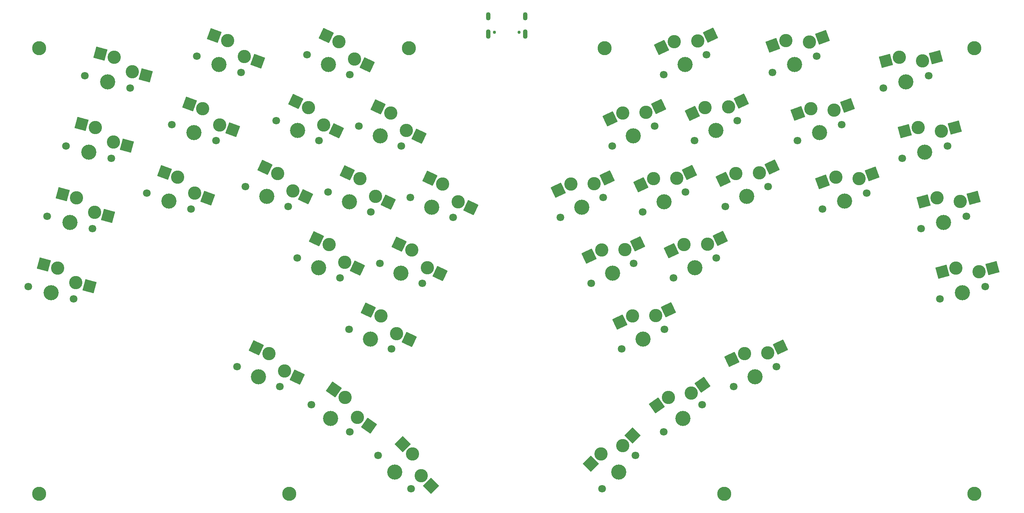
<source format=gbr>
%TF.GenerationSoftware,KiCad,Pcbnew,9.0.0*%
%TF.CreationDate,2025-05-01T21:08:40+03:00*%
%TF.ProjectId,cyberia,63796265-7269-4612-9e6b-696361645f70,v1.0.0*%
%TF.SameCoordinates,Original*%
%TF.FileFunction,Soldermask,Bot*%
%TF.FilePolarity,Negative*%
%FSLAX46Y46*%
G04 Gerber Fmt 4.6, Leading zero omitted, Abs format (unit mm)*
G04 Created by KiCad (PCBNEW 9.0.0) date 2025-05-01 21:08:40*
%MOMM*%
%LPD*%
G01*
G04 APERTURE LIST*
G04 Aperture macros list*
%AMRoundRect*
0 Rectangle with rounded corners*
0 $1 Rounding radius*
0 $2 $3 $4 $5 $6 $7 $8 $9 X,Y pos of 4 corners*
0 Add a 4 corners polygon primitive as box body*
4,1,4,$2,$3,$4,$5,$6,$7,$8,$9,$2,$3,0*
0 Add four circle primitives for the rounded corners*
1,1,$1+$1,$2,$3*
1,1,$1+$1,$4,$5*
1,1,$1+$1,$6,$7*
1,1,$1+$1,$8,$9*
0 Add four rect primitives between the rounded corners*
20,1,$1+$1,$2,$3,$4,$5,0*
20,1,$1+$1,$4,$5,$6,$7,0*
20,1,$1+$1,$6,$7,$8,$9,0*
20,1,$1+$1,$8,$9,$2,$3,0*%
G04 Aperture macros list end*
%ADD10C,1.801800*%
%ADD11C,3.100000*%
%ADD12C,3.529000*%
%ADD13RoundRect,0.050000X-0.628796X-1.727604X1.727604X-0.628796X0.628796X1.727604X-1.727604X0.628796X0*%
%ADD14C,3.300000*%
%ADD15RoundRect,0.050000X-0.919239X-1.592168X1.592168X-0.919239X0.919239X1.592168X-1.592168X0.919239X0*%
%ADD16RoundRect,0.050000X-1.838478X0.000000X0.000000X-1.838478X1.838478X0.000000X0.000000X1.838478X0*%
%ADD17RoundRect,0.050000X-0.776974X-1.666227X1.666227X-0.776974X0.776974X1.666227X-1.666227X0.776974X0*%
%ADD18RoundRect,0.050000X-1.727604X-0.628796X0.628796X-1.727604X1.727604X0.628796X-0.628796X1.727604X0*%
%ADD19RoundRect,0.050000X-1.810547X-0.319248X0.319248X-1.810547X1.810547X0.319248X-0.319248X1.810547X0*%
%ADD20RoundRect,0.050000X-1.666227X-0.776974X0.776974X-1.666227X1.666227X0.776974X-0.776974X1.666227X0*%
%ADD21C,0.750000*%
%ADD22O,1.100000X1.900000*%
%ADD23O,1.100000X2.200000*%
%ADD24RoundRect,0.050000X-1.592168X-0.919239X0.919239X-1.592168X1.592168X0.919239X-0.919239X1.592168X0*%
%ADD25RoundRect,0.050000X0.000000X-1.838478X1.838478X0.000000X0.000000X1.838478X-1.838478X0.000000X0*%
%ADD26RoundRect,0.050000X-0.319248X-1.810547X1.810547X-0.319248X0.319248X1.810547X-1.810547X0.319248X0*%
G04 APERTURE END LIST*
D10*
%TO.C,SW31*%
X234987172Y-106834764D03*
D11*
X237457288Y-99117833D03*
D12*
X239971868Y-104510365D03*
D11*
X242918590Y-98998618D03*
D10*
X244956564Y-102185966D03*
D13*
X234489131Y-100501908D03*
X245886746Y-97614545D03*
%TD*%
D14*
%TO.C,H4*%
X93980000Y-172719998D03*
%TD*%
D10*
%TO.C,SW29*%
X239890018Y-74757328D03*
D11*
X242360134Y-67040397D03*
D12*
X244874714Y-72432929D03*
D11*
X247821436Y-66921182D03*
D10*
X249859410Y-70108530D03*
D13*
X239391977Y-68424472D03*
X250789592Y-65537109D03*
%TD*%
D14*
%TO.C,H6*%
X226060000Y-68580000D03*
%TD*%
%TO.C,H1*%
X93980000Y-68579996D03*
%TD*%
D10*
%TO.C,SW22*%
X295539735Y-94311251D03*
D11*
X299312353Y-87140486D03*
D12*
X300852327Y-92887746D03*
D11*
X304711384Y-87971428D03*
D10*
X306164919Y-91464241D03*
D15*
X296148949Y-87988123D03*
X307874792Y-87123797D03*
%TD*%
D10*
%TO.C,SW19*%
X173111852Y-163750913D03*
D12*
X177000939Y-167640000D03*
D11*
X181208227Y-163432715D03*
X183188123Y-168523884D03*
D10*
X180890026Y-171529087D03*
D16*
X178892449Y-161116943D03*
X185503898Y-170839658D03*
%TD*%
D10*
%TO.C,SW26*%
X265282323Y-74250488D03*
D11*
X268415611Y-66778205D03*
D12*
X270450632Y-72369377D03*
D11*
X273866521Y-67135428D03*
D10*
X275618941Y-70488266D03*
D17*
X265338121Y-67898325D03*
X276944013Y-66015313D03*
%TD*%
D10*
%TO.C,SW20*%
X304339585Y-127152728D03*
D11*
X308112203Y-119981963D03*
D12*
X309652177Y-125729223D03*
D11*
X313511234Y-120812905D03*
D10*
X314964769Y-124305718D03*
D15*
X304948799Y-120829600D03*
X316674642Y-119965274D03*
%TD*%
D10*
%TO.C,SW36*%
X256240226Y-147679688D03*
D11*
X258710342Y-139962757D03*
D12*
X261224922Y-145355289D03*
D11*
X264171644Y-139843542D03*
D10*
X266209618Y-143030890D03*
D13*
X255742185Y-141346832D03*
X267139800Y-138459469D03*
%TD*%
D10*
%TO.C,SW14*%
X166346284Y-134263403D03*
D11*
X173845555Y-131195270D03*
D12*
X171330977Y-136587803D03*
D11*
X177447335Y-135302241D03*
D10*
X176315670Y-138912203D03*
D18*
X170877398Y-129811198D03*
X180415492Y-136686315D03*
%TD*%
D10*
%TO.C,SW18*%
X157557502Y-151950772D03*
D11*
X165475617Y-150231487D03*
D12*
X162062837Y-155105443D03*
D11*
X168309509Y-154901506D03*
D10*
X166568172Y-158260114D03*
D19*
X162792894Y-148353027D03*
X170992232Y-156779968D03*
%TD*%
D10*
%TO.C,SW8*%
X142171571Y-100922991D03*
D11*
X149670842Y-97854858D03*
D12*
X147156264Y-103247391D03*
D11*
X153272622Y-101961829D03*
D10*
X152140957Y-105571791D03*
D18*
X146702685Y-96470786D03*
X156240779Y-103345903D03*
%TD*%
D10*
%TO.C,SW12*%
X161443439Y-102185966D03*
D11*
X168942710Y-99117833D03*
D12*
X166428132Y-104510366D03*
D11*
X172544490Y-103224804D03*
D10*
X171412825Y-106834766D03*
D18*
X165974553Y-97733761D03*
X175512647Y-104608878D03*
%TD*%
D10*
%TO.C,SW28*%
X247074531Y-90164558D03*
D11*
X249544647Y-82447627D03*
D12*
X252059227Y-87840159D03*
D11*
X255005949Y-82328412D03*
D10*
X257043923Y-85515760D03*
D13*
X246576490Y-83831702D03*
X257974105Y-80944339D03*
%TD*%
D10*
%TO.C,SW23*%
X291139815Y-77890512D03*
D11*
X294912433Y-70719747D03*
D12*
X296452407Y-76467007D03*
D11*
X300311464Y-71550689D03*
D10*
X301764999Y-75043502D03*
D15*
X291749029Y-71567384D03*
X303474872Y-70703058D03*
%TD*%
D14*
%TO.C,H3*%
X312419997Y-172719999D03*
%TD*%
D10*
%TO.C,SW30*%
X242171682Y-122241999D03*
D11*
X244641798Y-114525068D03*
D12*
X247156378Y-119917600D03*
D11*
X250103100Y-114405853D03*
D10*
X252141074Y-117593201D03*
D13*
X241673641Y-115909143D03*
X253071256Y-113021780D03*
%TD*%
D14*
%TO.C,H5*%
X180340000Y-68580000D03*
%TD*%
D10*
%TO.C,SW6*%
X124966713Y-86463041D03*
D11*
X132170041Y-82752980D03*
D12*
X130135022Y-88344152D03*
D11*
X136116063Y-86530406D03*
D10*
X135303331Y-90225263D03*
D20*
X129092549Y-81632866D03*
X139193554Y-87650521D03*
%TD*%
D14*
%TO.C,H2*%
X312420000Y-68580000D03*
%TD*%
D21*
%TO.C,J1*%
X206089998Y-64834997D03*
X200309998Y-64834997D03*
D22*
X207520000Y-61154996D03*
D23*
X207519997Y-65334997D03*
X198879999Y-65334997D03*
D22*
X198879997Y-61154997D03*
%TD*%
D10*
%TO.C,SW2*%
X95835155Y-107884978D03*
D11*
X102687719Y-103561223D03*
D12*
X101147747Y-109308483D03*
D11*
X106947950Y-106980357D03*
D10*
X106460339Y-110731988D03*
D24*
X99524314Y-102713595D03*
X110111355Y-107827989D03*
%TD*%
D10*
%TO.C,SW11*%
X154258928Y-117593202D03*
D11*
X161758199Y-114525069D03*
D12*
X159243621Y-119917602D03*
D11*
X165359979Y-118632040D03*
D10*
X164228314Y-122242002D03*
D18*
X158790042Y-113140997D03*
X168328136Y-120016114D03*
%TD*%
D10*
%TO.C,SW21*%
X299939661Y-110731988D03*
D11*
X303712279Y-103561223D03*
D12*
X305252253Y-109308483D03*
D11*
X309111310Y-104392165D03*
D10*
X310564845Y-107884978D03*
D15*
X300548875Y-104408860D03*
X312274718Y-103544534D03*
%TD*%
D10*
%TO.C,SW16*%
X180715307Y-103448940D03*
D11*
X188214578Y-100380807D03*
D12*
X185700000Y-105773340D03*
D11*
X191816358Y-104487778D03*
D10*
X190684693Y-108097740D03*
D18*
X185246421Y-98996735D03*
X194784515Y-105871852D03*
%TD*%
D10*
%TO.C,SW13*%
X168627947Y-86778736D03*
D11*
X176127218Y-83710603D03*
D12*
X173612640Y-89103136D03*
D11*
X179728998Y-87817574D03*
D10*
X178597333Y-91427536D03*
D18*
X173159061Y-82326531D03*
X182697155Y-89201648D03*
%TD*%
D10*
%TO.C,SW1*%
X91435229Y-124305719D03*
D11*
X98287793Y-119981964D03*
D12*
X96747821Y-125729224D03*
D11*
X102548024Y-123401098D03*
D10*
X102060413Y-127152729D03*
D24*
X95124388Y-119134336D03*
X105711429Y-124248730D03*
%TD*%
D10*
%TO.C,SW17*%
X140190383Y-143030887D03*
D11*
X147689654Y-139962754D03*
D12*
X145175076Y-145355287D03*
D11*
X151291434Y-144069725D03*
D10*
X150159769Y-147679687D03*
D18*
X144721497Y-138578682D03*
X154259591Y-145453799D03*
%TD*%
D10*
%TO.C,SW4*%
X104635000Y-75043501D03*
D11*
X111487564Y-70719746D03*
D12*
X109947592Y-76467006D03*
D11*
X115747795Y-74138880D03*
D10*
X115260184Y-77890511D03*
D24*
X108324159Y-69872118D03*
X118911200Y-74986512D03*
%TD*%
D14*
%TO.C,H8*%
X254000000Y-172720000D03*
%TD*%
D10*
%TO.C,SW32*%
X227802661Y-91427534D03*
D11*
X230272777Y-83710603D03*
D12*
X232787357Y-89103135D03*
D11*
X235734079Y-83591388D03*
D10*
X237772053Y-86778736D03*
D13*
X227304620Y-85094678D03*
X238702235Y-82207315D03*
%TD*%
D14*
%TO.C,H7*%
X152400000Y-172720000D03*
%TD*%
D10*
%TO.C,SW38*%
X225509971Y-171529088D03*
D12*
X229399058Y-167640001D03*
D11*
X225191773Y-163432713D03*
X230282942Y-161452817D03*
D10*
X233288145Y-163750914D03*
D25*
X222876001Y-165748491D03*
X232598716Y-159137042D03*
%TD*%
D10*
%TO.C,SW3*%
X100235077Y-91464240D03*
D11*
X107087641Y-87140485D03*
D12*
X105547669Y-92887745D03*
D11*
X111347872Y-90559619D03*
D10*
X110860261Y-94311250D03*
D24*
X103924236Y-86292857D03*
X114511277Y-91407251D03*
%TD*%
D10*
%TO.C,SW10*%
X156540589Y-70108528D03*
D11*
X164039860Y-67040395D03*
D12*
X161525282Y-72432928D03*
D11*
X167641640Y-71147366D03*
D10*
X166509975Y-74757328D03*
D18*
X161071703Y-65656323D03*
X170609797Y-72531440D03*
%TD*%
D10*
%TO.C,SW5*%
X119152370Y-102437815D03*
D11*
X126355698Y-98727754D03*
D12*
X124320679Y-104318926D03*
D11*
X130301720Y-102505180D03*
D10*
X129488988Y-106200037D03*
D20*
X123278206Y-97607640D03*
X133379211Y-103625295D03*
%TD*%
D10*
%TO.C,SW25*%
X271096667Y-90225261D03*
D11*
X274229955Y-82752978D03*
D12*
X276264976Y-88344150D03*
D11*
X279680865Y-83110201D03*
D10*
X281433285Y-86463039D03*
D17*
X271152465Y-83873098D03*
X282758357Y-81990086D03*
%TD*%
D10*
%TO.C,SW34*%
X222899812Y-123504972D03*
D11*
X225369928Y-115788041D03*
D12*
X227884508Y-121180573D03*
D11*
X230831230Y-115668826D03*
D10*
X232869204Y-118856174D03*
D13*
X222401771Y-117172116D03*
X233799386Y-114284753D03*
%TD*%
D18*
%TO.C,SW9*%
X163425289Y-87938674D03*
X153887195Y-81063557D03*
D10*
X159325467Y-90164562D03*
D11*
X160457132Y-86554600D03*
D12*
X154340774Y-87840162D03*
D11*
X156855352Y-82447629D03*
D10*
X149356081Y-85515762D03*
%TD*%
D26*
%TO.C,SW37*%
X248964733Y-147287279D03*
X238241661Y-152109953D03*
D10*
X248842497Y-151950774D03*
D11*
X246282010Y-149165741D03*
X240924382Y-150231487D03*
D12*
X244337161Y-155105444D03*
D10*
X239831825Y-158260114D03*
%TD*%
%TO.C,SW27*%
X254259040Y-105571792D03*
D11*
X256729156Y-97854861D03*
D12*
X259243736Y-103247393D03*
D11*
X262190458Y-97735646D03*
D10*
X264228432Y-100922994D03*
D13*
X253760999Y-99238936D03*
X265158614Y-96351573D03*
%TD*%
D10*
%TO.C,SW24*%
X276911008Y-106200037D03*
D11*
X280044296Y-98727754D03*
D12*
X282079317Y-104318926D03*
D11*
X285495206Y-99084977D03*
D10*
X287247626Y-102437815D03*
D17*
X276966806Y-99847874D03*
X288572698Y-97964862D03*
%TD*%
D10*
%TO.C,SW33*%
X230084324Y-138912204D03*
D11*
X232554440Y-131195273D03*
D12*
X235069020Y-136587805D03*
D11*
X238015742Y-131076058D03*
D10*
X240053716Y-134263406D03*
D13*
X229586283Y-132579348D03*
X240983898Y-129691985D03*
%TD*%
D10*
%TO.C,SW7*%
X130781055Y-70488267D03*
D11*
X137984383Y-66778206D03*
D12*
X135949364Y-72369378D03*
D11*
X141930405Y-70555632D03*
D10*
X141117673Y-74250489D03*
D20*
X134906891Y-65658092D03*
X145007896Y-71675747D03*
%TD*%
D10*
%TO.C,SW35*%
X215715302Y-108097738D03*
D11*
X218185418Y-100380807D03*
D12*
X220699998Y-105773339D03*
D11*
X223646720Y-100261592D03*
D10*
X225684694Y-103448940D03*
D13*
X215217261Y-101764882D03*
X226614876Y-98877519D03*
%TD*%
D10*
%TO.C,SW15*%
X173530793Y-118856172D03*
D11*
X181030064Y-115788039D03*
D12*
X178515486Y-121180572D03*
D11*
X184631844Y-119895010D03*
D10*
X183500179Y-123504972D03*
D18*
X178061907Y-114403967D03*
X187600001Y-121279084D03*
%TD*%
M02*

</source>
